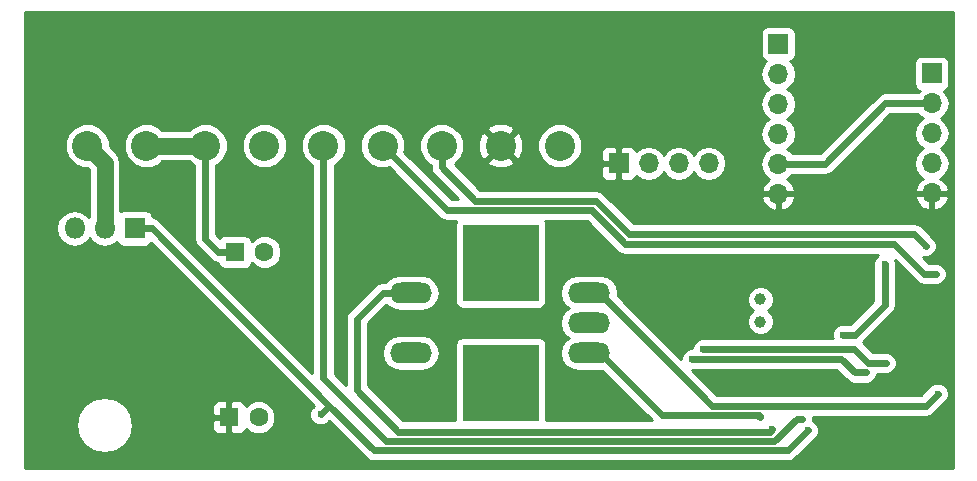
<source format=gbl>
G04 #@! TF.FileFunction,Copper,L2,Bot,Signal*
%FSLAX46Y46*%
G04 Gerber Fmt 4.6, Leading zero omitted, Abs format (unit mm)*
G04 Created by KiCad (PCBNEW 4.0.7-e2-6376~58~ubuntu16.04.1) date Mon Nov  6 19:58:44 2017*
%MOMM*%
%LPD*%
G01*
G04 APERTURE LIST*
%ADD10C,0.100000*%
%ADD11R,6.451600X6.451600*%
%ADD12O,3.556000X1.778000*%
%ADD13R,1.600000X1.600000*%
%ADD14C,1.600000*%
%ADD15R,1.700000X1.700000*%
%ADD16O,1.700000X1.700000*%
%ADD17R,1.800000X1.800000*%
%ADD18O,1.800000X1.800000*%
%ADD19C,1.000000*%
%ADD20C,2.540000*%
%ADD21C,0.600000*%
%ADD22C,0.600000*%
%ADD23C,1.400000*%
%ADD24C,0.254000*%
G04 APERTURE END LIST*
D10*
D11*
X119000000Y-94080000D03*
X119000000Y-83920000D03*
D12*
X126493000Y-91540000D03*
X126493000Y-89000000D03*
X126493000Y-86460000D03*
X111380000Y-91540000D03*
X111380000Y-86460000D03*
D13*
X96500000Y-83000000D03*
D14*
X99000000Y-83000000D03*
D13*
X96000000Y-97000000D03*
D14*
X98500000Y-97000000D03*
D15*
X155500000Y-67880000D03*
D16*
X155500000Y-70420000D03*
X155500000Y-72960000D03*
X155500000Y-75500000D03*
X155500000Y-78040000D03*
D17*
X88000000Y-81000000D03*
D18*
X85460000Y-81000000D03*
X82920000Y-81000000D03*
D19*
X141000000Y-87000000D03*
X141000000Y-88900000D03*
D15*
X129000000Y-75500000D03*
D16*
X131540000Y-75500000D03*
X134080000Y-75500000D03*
X136620000Y-75500000D03*
D15*
X142500000Y-65380000D03*
D16*
X142500000Y-67920000D03*
X142500000Y-70460000D03*
X142500000Y-73000000D03*
X142500000Y-75540000D03*
X142500000Y-78080000D03*
D20*
X89000000Y-74000000D03*
X84001280Y-74000000D03*
X114000000Y-74000000D03*
X109001280Y-74000000D03*
X124000000Y-74000000D03*
X119001280Y-74000000D03*
X104000000Y-74000000D03*
X99001280Y-74000000D03*
X94000020Y-74000000D03*
D21*
X151500000Y-84000000D03*
X148000000Y-90000000D03*
X142750000Y-87500000D03*
X147550000Y-94000000D03*
X141000000Y-97000000D03*
X156000000Y-95000000D03*
X142000000Y-98000000D03*
X149900000Y-93200000D03*
X135210000Y-92050000D03*
X151630000Y-92400000D03*
X136130000Y-91240000D03*
X103750000Y-96750000D03*
X145000000Y-98100000D03*
X144500000Y-97100000D03*
X155000000Y-82500000D03*
X155830000Y-84870000D03*
D22*
X94000020Y-74000000D02*
X94000020Y-81900020D01*
X94000020Y-81900020D02*
X95100000Y-83000000D01*
X95100000Y-83000000D02*
X96500000Y-83000000D01*
D23*
X89000000Y-74000000D02*
X94000020Y-74000000D01*
D22*
X146460000Y-75540000D02*
X151580000Y-70420000D01*
X151580000Y-70420000D02*
X155500000Y-70420000D01*
X142500000Y-75540000D02*
X146460000Y-75540000D01*
X149000000Y-90000000D02*
X151500000Y-87500000D01*
X151500000Y-87500000D02*
X151500000Y-84000000D01*
X148000000Y-90000000D02*
X149000000Y-90000000D01*
X142540000Y-73000000D02*
X142500000Y-73040000D01*
X141000000Y-97000000D02*
X141000000Y-96900000D01*
X141000000Y-96900000D02*
X140900010Y-96800010D01*
X140900010Y-96800010D02*
X132642010Y-96800010D01*
X132642010Y-96800010D02*
X127382000Y-91540000D01*
X127382000Y-91540000D02*
X126493000Y-91540000D01*
X155000000Y-96000000D02*
X156000000Y-95000000D01*
X136922000Y-96000000D02*
X155000000Y-96000000D01*
X126493000Y-86460000D02*
X127382000Y-86460000D01*
X127382000Y-86460000D02*
X136922000Y-96000000D01*
X110331374Y-98199990D02*
X141800010Y-98199990D01*
X141800010Y-98199990D02*
X142000000Y-98000000D01*
X106800000Y-94668616D02*
X110331374Y-98199990D01*
X106800000Y-88662000D02*
X106800000Y-94668616D01*
X111380000Y-86460000D02*
X109002000Y-86460000D01*
X109002000Y-86460000D02*
X106800000Y-88662000D01*
X148960008Y-93200008D02*
X149899992Y-93200008D01*
X149899992Y-93200008D02*
X149900000Y-93200000D01*
X149040000Y-93200000D02*
X149040000Y-93200008D01*
X147810000Y-92050000D02*
X148960008Y-93200008D01*
X148960008Y-93200008D02*
X149040000Y-93200008D01*
X135210000Y-92050000D02*
X147810000Y-92050000D01*
X136130000Y-91240000D02*
X148940000Y-91240000D01*
X148940000Y-91240000D02*
X150100000Y-92400000D01*
X150100000Y-92400000D02*
X151630000Y-92400000D01*
X104500000Y-96000000D02*
X103750000Y-96750000D01*
X104500000Y-96000000D02*
X89500000Y-81000000D01*
X108300010Y-99800010D02*
X104500000Y-96000000D01*
X145000000Y-98100000D02*
X143299990Y-99800010D01*
X143299990Y-99800010D02*
X108300010Y-99800010D01*
X89500000Y-81000000D02*
X88000000Y-81000000D01*
D23*
X84001280Y-74000000D02*
X85460000Y-75458720D01*
X85460000Y-75458720D02*
X85460000Y-81000000D01*
D22*
X104000000Y-74000000D02*
X104000000Y-93700000D01*
X104000000Y-93700000D02*
X109300000Y-99000000D01*
X109300000Y-99000000D02*
X142175736Y-99000000D01*
X142175736Y-99000000D02*
X144075736Y-97100000D01*
X144075736Y-97100000D02*
X144500000Y-97100000D01*
X154000000Y-81500000D02*
X155000000Y-82500000D01*
X152700000Y-81500000D02*
X154000000Y-81500000D01*
X127031374Y-78659990D02*
X129871384Y-81500000D01*
X152700000Y-81500000D02*
X129871384Y-81500000D01*
X114000000Y-74000000D02*
X114000000Y-75796051D01*
X116863939Y-78659990D02*
X127031374Y-78659990D01*
X114000000Y-75796051D02*
X116863939Y-78659990D01*
X155830000Y-84870000D02*
X154870000Y-84870000D01*
X154870000Y-84870000D02*
X152300010Y-82300010D01*
X129540010Y-82300010D02*
X126700000Y-79460000D01*
X152300010Y-82300010D02*
X129540010Y-82300010D01*
X126700000Y-79460000D02*
X114461280Y-79460000D01*
X114461280Y-79460000D02*
X109001280Y-74000000D01*
X155780000Y-84870000D02*
X155830000Y-84870000D01*
D24*
G36*
X157290000Y-101290000D02*
X78710000Y-101290000D01*
X78710000Y-97660000D01*
X83028275Y-97660000D01*
X83209822Y-98572700D01*
X83726825Y-99346450D01*
X84500575Y-99863453D01*
X85413275Y-100045000D01*
X85506725Y-100045000D01*
X86419425Y-99863453D01*
X87193175Y-99346450D01*
X87710178Y-98572700D01*
X87891725Y-97660000D01*
X87817283Y-97285750D01*
X94565000Y-97285750D01*
X94565000Y-97926310D01*
X94661673Y-98159699D01*
X94840302Y-98338327D01*
X95073691Y-98435000D01*
X95714250Y-98435000D01*
X95873000Y-98276250D01*
X95873000Y-97127000D01*
X94723750Y-97127000D01*
X94565000Y-97285750D01*
X87817283Y-97285750D01*
X87710178Y-96747300D01*
X87260087Y-96073690D01*
X94565000Y-96073690D01*
X94565000Y-96714250D01*
X94723750Y-96873000D01*
X95873000Y-96873000D01*
X95873000Y-95723750D01*
X96127000Y-95723750D01*
X96127000Y-96873000D01*
X96147000Y-96873000D01*
X96147000Y-97127000D01*
X96127000Y-97127000D01*
X96127000Y-98276250D01*
X96285750Y-98435000D01*
X96926309Y-98435000D01*
X97159698Y-98338327D01*
X97338327Y-98159699D01*
X97423876Y-97953165D01*
X97686077Y-98215824D01*
X98213309Y-98434750D01*
X98784187Y-98435248D01*
X99311800Y-98217243D01*
X99715824Y-97813923D01*
X99934750Y-97286691D01*
X99935248Y-96715813D01*
X99717243Y-96188200D01*
X99313923Y-95784176D01*
X98786691Y-95565250D01*
X98215813Y-95564752D01*
X97688200Y-95782757D01*
X97423813Y-96046683D01*
X97338327Y-95840301D01*
X97159698Y-95661673D01*
X96926309Y-95565000D01*
X96285750Y-95565000D01*
X96127000Y-95723750D01*
X95873000Y-95723750D01*
X95714250Y-95565000D01*
X95073691Y-95565000D01*
X94840302Y-95661673D01*
X94661673Y-95840301D01*
X94565000Y-96073690D01*
X87260087Y-96073690D01*
X87193175Y-95973550D01*
X86419425Y-95456547D01*
X85506725Y-95275000D01*
X85413275Y-95275000D01*
X84500575Y-95456547D01*
X83726825Y-95973550D01*
X83209822Y-96747300D01*
X83028275Y-97660000D01*
X78710000Y-97660000D01*
X78710000Y-81000000D01*
X81354928Y-81000000D01*
X81471773Y-81587419D01*
X81804519Y-82085409D01*
X82302509Y-82418155D01*
X82889928Y-82535000D01*
X82950072Y-82535000D01*
X83537491Y-82418155D01*
X84035481Y-82085409D01*
X84190000Y-81854155D01*
X84344519Y-82085409D01*
X84842509Y-82418155D01*
X85429928Y-82535000D01*
X85490072Y-82535000D01*
X86077491Y-82418155D01*
X86498026Y-82137163D01*
X86635910Y-82351441D01*
X86848110Y-82496431D01*
X87100000Y-82547440D01*
X88900000Y-82547440D01*
X89135317Y-82503162D01*
X89351441Y-82364090D01*
X89428711Y-82251001D01*
X103177710Y-96000000D01*
X103089146Y-96088564D01*
X102957808Y-96219673D01*
X102815162Y-96563201D01*
X102814838Y-96935167D01*
X102956883Y-97278943D01*
X103219673Y-97542192D01*
X103563201Y-97684838D01*
X103935167Y-97685162D01*
X104278943Y-97543117D01*
X104500078Y-97322368D01*
X107638865Y-100461155D01*
X107942201Y-100663837D01*
X108300010Y-100735010D01*
X143299990Y-100735010D01*
X143657799Y-100663837D01*
X143961135Y-100461155D01*
X145660854Y-98761436D01*
X145792192Y-98630327D01*
X145934838Y-98286799D01*
X145935162Y-97914833D01*
X145793117Y-97571057D01*
X145530327Y-97307808D01*
X145434854Y-97268164D01*
X145435144Y-96935000D01*
X155000000Y-96935000D01*
X155357809Y-96863827D01*
X155661145Y-96661145D01*
X156660854Y-95661436D01*
X156792192Y-95530327D01*
X156934838Y-95186799D01*
X156935162Y-94814833D01*
X156793117Y-94471057D01*
X156530327Y-94207808D01*
X156186799Y-94065162D01*
X156000001Y-94064999D01*
X155999999Y-94064999D01*
X155814833Y-94064838D01*
X155471057Y-94206883D01*
X155207808Y-94469673D01*
X155207645Y-94470065D01*
X154612710Y-95065000D01*
X137309290Y-95065000D01*
X135229308Y-92985018D01*
X135395167Y-92985162D01*
X135395559Y-92985000D01*
X147422710Y-92985000D01*
X148298863Y-93861153D01*
X148602199Y-94063835D01*
X148960008Y-94135008D01*
X149899992Y-94135008D01*
X149900029Y-94135001D01*
X150085167Y-94135162D01*
X150257784Y-94063838D01*
X150257801Y-94063835D01*
X150257816Y-94063825D01*
X150428943Y-93993117D01*
X150692192Y-93730327D01*
X150834838Y-93386799D01*
X150834883Y-93335000D01*
X151629184Y-93335000D01*
X151815167Y-93335162D01*
X152158943Y-93193117D01*
X152422192Y-92930327D01*
X152564838Y-92586799D01*
X152565162Y-92214833D01*
X152423117Y-91871057D01*
X152160327Y-91607808D01*
X151816799Y-91465162D01*
X151444833Y-91464838D01*
X151444441Y-91465000D01*
X150487290Y-91465000D01*
X149672290Y-90650000D01*
X152161145Y-88161145D01*
X152363827Y-87857809D01*
X152435000Y-87500000D01*
X152435000Y-84000816D01*
X152435162Y-83814833D01*
X152394758Y-83717048D01*
X154208855Y-85531145D01*
X154512191Y-85733827D01*
X154870000Y-85805000D01*
X155829184Y-85805000D01*
X156015167Y-85805162D01*
X156358943Y-85663117D01*
X156622192Y-85400327D01*
X156764838Y-85056799D01*
X156765162Y-84684833D01*
X156623117Y-84341057D01*
X156360327Y-84077808D01*
X156016799Y-83935162D01*
X155644833Y-83934838D01*
X155644441Y-83935000D01*
X155257290Y-83935000D01*
X154717311Y-83395021D01*
X154813201Y-83434838D01*
X154999999Y-83435001D01*
X155000001Y-83435001D01*
X155185167Y-83435162D01*
X155528943Y-83293117D01*
X155792192Y-83030327D01*
X155934838Y-82686799D01*
X155935162Y-82314833D01*
X155793117Y-81971057D01*
X155530327Y-81707808D01*
X155529935Y-81707645D01*
X154661145Y-80838855D01*
X154357809Y-80636173D01*
X154000000Y-80565000D01*
X130258674Y-80565000D01*
X128130564Y-78436890D01*
X141058524Y-78436890D01*
X141228355Y-78846924D01*
X141618642Y-79275183D01*
X142143108Y-79521486D01*
X142373000Y-79400819D01*
X142373000Y-78207000D01*
X142627000Y-78207000D01*
X142627000Y-79400819D01*
X142856892Y-79521486D01*
X143381358Y-79275183D01*
X143771645Y-78846924D01*
X143941476Y-78436890D01*
X143920367Y-78396890D01*
X154058524Y-78396890D01*
X154228355Y-78806924D01*
X154618642Y-79235183D01*
X155143108Y-79481486D01*
X155373000Y-79360819D01*
X155373000Y-78167000D01*
X155627000Y-78167000D01*
X155627000Y-79360819D01*
X155856892Y-79481486D01*
X156381358Y-79235183D01*
X156771645Y-78806924D01*
X156941476Y-78396890D01*
X156820155Y-78167000D01*
X155627000Y-78167000D01*
X155373000Y-78167000D01*
X154179845Y-78167000D01*
X154058524Y-78396890D01*
X143920367Y-78396890D01*
X143820155Y-78207000D01*
X142627000Y-78207000D01*
X142373000Y-78207000D01*
X141179845Y-78207000D01*
X141058524Y-78436890D01*
X128130564Y-78436890D01*
X127692519Y-77998845D01*
X127389183Y-77796163D01*
X127031374Y-77724990D01*
X117251229Y-77724990D01*
X115109952Y-75583713D01*
X115346300Y-75347777D01*
X117833108Y-75347777D01*
X117964800Y-75642657D01*
X118672316Y-75914261D01*
X119429912Y-75894436D01*
X120037760Y-75642657D01*
X120169452Y-75347777D01*
X119001280Y-74179605D01*
X117833108Y-75347777D01*
X115346300Y-75347777D01*
X115614039Y-75080505D01*
X115904668Y-74380590D01*
X115905287Y-73671036D01*
X117087019Y-73671036D01*
X117106844Y-74428632D01*
X117358623Y-75036480D01*
X117653503Y-75168172D01*
X118821675Y-74000000D01*
X119180885Y-74000000D01*
X120349057Y-75168172D01*
X120643937Y-75036480D01*
X120896999Y-74377265D01*
X122094670Y-74377265D01*
X122384078Y-75077686D01*
X122919495Y-75614039D01*
X123619410Y-75904668D01*
X124377265Y-75905330D01*
X124666670Y-75785750D01*
X127515000Y-75785750D01*
X127515000Y-76476309D01*
X127611673Y-76709698D01*
X127790301Y-76888327D01*
X128023690Y-76985000D01*
X128714250Y-76985000D01*
X128873000Y-76826250D01*
X128873000Y-75627000D01*
X127673750Y-75627000D01*
X127515000Y-75785750D01*
X124666670Y-75785750D01*
X125077686Y-75615922D01*
X125614039Y-75080505D01*
X125845247Y-74523691D01*
X127515000Y-74523691D01*
X127515000Y-75214250D01*
X127673750Y-75373000D01*
X128873000Y-75373000D01*
X128873000Y-74173750D01*
X129127000Y-74173750D01*
X129127000Y-75373000D01*
X129147000Y-75373000D01*
X129147000Y-75627000D01*
X129127000Y-75627000D01*
X129127000Y-76826250D01*
X129285750Y-76985000D01*
X129976310Y-76985000D01*
X130209699Y-76888327D01*
X130388327Y-76709698D01*
X130460597Y-76535223D01*
X130489946Y-76579147D01*
X130971715Y-76901054D01*
X131540000Y-77014093D01*
X132108285Y-76901054D01*
X132590054Y-76579147D01*
X132810000Y-76249974D01*
X133029946Y-76579147D01*
X133511715Y-76901054D01*
X134080000Y-77014093D01*
X134648285Y-76901054D01*
X135130054Y-76579147D01*
X135350000Y-76249974D01*
X135569946Y-76579147D01*
X136051715Y-76901054D01*
X136620000Y-77014093D01*
X137188285Y-76901054D01*
X137670054Y-76579147D01*
X137991961Y-76097378D01*
X138105000Y-75529093D01*
X138105000Y-75470907D01*
X137991961Y-74902622D01*
X137670054Y-74420853D01*
X137188285Y-74098946D01*
X136620000Y-73985907D01*
X136051715Y-74098946D01*
X135569946Y-74420853D01*
X135350000Y-74750026D01*
X135130054Y-74420853D01*
X134648285Y-74098946D01*
X134080000Y-73985907D01*
X133511715Y-74098946D01*
X133029946Y-74420853D01*
X132810000Y-74750026D01*
X132590054Y-74420853D01*
X132108285Y-74098946D01*
X131540000Y-73985907D01*
X130971715Y-74098946D01*
X130489946Y-74420853D01*
X130460597Y-74464777D01*
X130388327Y-74290302D01*
X130209699Y-74111673D01*
X129976310Y-74015000D01*
X129285750Y-74015000D01*
X129127000Y-74173750D01*
X128873000Y-74173750D01*
X128714250Y-74015000D01*
X128023690Y-74015000D01*
X127790301Y-74111673D01*
X127611673Y-74290302D01*
X127515000Y-74523691D01*
X125845247Y-74523691D01*
X125904668Y-74380590D01*
X125905330Y-73622735D01*
X125615922Y-72922314D01*
X125080505Y-72385961D01*
X124380590Y-72095332D01*
X123622735Y-72094670D01*
X122922314Y-72384078D01*
X122385961Y-72919495D01*
X122095332Y-73619410D01*
X122094670Y-74377265D01*
X120896999Y-74377265D01*
X120915541Y-74328964D01*
X120895716Y-73571368D01*
X120643937Y-72963520D01*
X120349057Y-72831828D01*
X119180885Y-74000000D01*
X118821675Y-74000000D01*
X117653503Y-72831828D01*
X117358623Y-72963520D01*
X117087019Y-73671036D01*
X115905287Y-73671036D01*
X115905330Y-73622735D01*
X115615922Y-72922314D01*
X115346303Y-72652223D01*
X117833108Y-72652223D01*
X119001280Y-73820395D01*
X120169452Y-72652223D01*
X120037760Y-72357343D01*
X119330244Y-72085739D01*
X118572648Y-72105564D01*
X117964800Y-72357343D01*
X117833108Y-72652223D01*
X115346303Y-72652223D01*
X115080505Y-72385961D01*
X114380590Y-72095332D01*
X113622735Y-72094670D01*
X112922314Y-72384078D01*
X112385961Y-72919495D01*
X112095332Y-73619410D01*
X112094670Y-74377265D01*
X112384078Y-75077686D01*
X112919495Y-75614039D01*
X113065000Y-75674458D01*
X113065000Y-75796051D01*
X113136173Y-76153860D01*
X113338855Y-76457196D01*
X115406659Y-78525000D01*
X114848570Y-78525000D01*
X110846743Y-74523173D01*
X110905948Y-74380590D01*
X110906610Y-73622735D01*
X110617202Y-72922314D01*
X110081785Y-72385961D01*
X109381870Y-72095332D01*
X108624015Y-72094670D01*
X107923594Y-72384078D01*
X107387241Y-72919495D01*
X107096612Y-73619410D01*
X107095950Y-74377265D01*
X107385358Y-75077686D01*
X107920775Y-75614039D01*
X108620690Y-75904668D01*
X109378545Y-75905330D01*
X109524155Y-75845165D01*
X113800135Y-80121145D01*
X114103471Y-80323827D01*
X114461280Y-80395000D01*
X115210095Y-80395000D01*
X115177769Y-80442310D01*
X115126760Y-80694200D01*
X115126760Y-87145800D01*
X115171038Y-87381117D01*
X115310110Y-87597241D01*
X115522310Y-87742231D01*
X115774200Y-87793240D01*
X122225800Y-87793240D01*
X122461117Y-87748962D01*
X122677241Y-87609890D01*
X122822231Y-87397690D01*
X122873240Y-87145800D01*
X122873240Y-80694200D01*
X122828962Y-80458883D01*
X122787854Y-80395000D01*
X126312710Y-80395000D01*
X128878865Y-82961155D01*
X129182201Y-83163837D01*
X129540010Y-83235010D01*
X150942881Y-83235010D01*
X150707808Y-83469673D01*
X150565162Y-83813201D01*
X150564838Y-84185167D01*
X150565000Y-84185559D01*
X150565000Y-87112710D01*
X148612710Y-89065000D01*
X148000816Y-89065000D01*
X147814833Y-89064838D01*
X147471057Y-89206883D01*
X147207808Y-89469673D01*
X147065162Y-89813201D01*
X147064838Y-90185167D01*
X147114352Y-90305000D01*
X136130816Y-90305000D01*
X135944833Y-90304838D01*
X135601057Y-90446883D01*
X135337808Y-90709673D01*
X135195162Y-91053201D01*
X135195108Y-91114986D01*
X135024833Y-91114838D01*
X134681057Y-91256883D01*
X134417808Y-91519673D01*
X134275162Y-91863201D01*
X134275016Y-92030726D01*
X129469065Y-87224775D01*
X139864803Y-87224775D01*
X140037233Y-87642086D01*
X140344867Y-87950257D01*
X140038355Y-88256235D01*
X139865197Y-88673244D01*
X139864803Y-89124775D01*
X140037233Y-89542086D01*
X140356235Y-89861645D01*
X140773244Y-90034803D01*
X141224775Y-90035197D01*
X141642086Y-89862767D01*
X141961645Y-89543765D01*
X142134803Y-89126756D01*
X142135197Y-88675225D01*
X141962767Y-88257914D01*
X141655133Y-87949743D01*
X141961645Y-87643765D01*
X142134803Y-87226756D01*
X142135197Y-86775225D01*
X141962767Y-86357914D01*
X141643765Y-86038355D01*
X141226756Y-85865197D01*
X140775225Y-85864803D01*
X140357914Y-86037233D01*
X140038355Y-86356235D01*
X139865197Y-86773244D01*
X139864803Y-87224775D01*
X129469065Y-87224775D01*
X128911964Y-86667674D01*
X128953273Y-86460000D01*
X128837265Y-85876790D01*
X128506904Y-85382369D01*
X128012483Y-85052008D01*
X127429273Y-84936000D01*
X125556727Y-84936000D01*
X124973517Y-85052008D01*
X124479096Y-85382369D01*
X124148735Y-85876790D01*
X124032727Y-86460000D01*
X124148735Y-87043210D01*
X124479096Y-87537631D01*
X124766997Y-87730000D01*
X124479096Y-87922369D01*
X124148735Y-88416790D01*
X124032727Y-89000000D01*
X124148735Y-89583210D01*
X124479096Y-90077631D01*
X124766997Y-90270000D01*
X124479096Y-90462369D01*
X124148735Y-90956790D01*
X124032727Y-91540000D01*
X124148735Y-92123210D01*
X124479096Y-92617631D01*
X124973517Y-92947992D01*
X125556727Y-93064000D01*
X127429273Y-93064000D01*
X127558087Y-93038377D01*
X131784700Y-97264990D01*
X122873240Y-97264990D01*
X122873240Y-90854200D01*
X122828962Y-90618883D01*
X122689890Y-90402759D01*
X122477690Y-90257769D01*
X122225800Y-90206760D01*
X115774200Y-90206760D01*
X115538883Y-90251038D01*
X115322759Y-90390110D01*
X115177769Y-90602310D01*
X115126760Y-90854200D01*
X115126760Y-97264990D01*
X110718664Y-97264990D01*
X107735000Y-94281326D01*
X107735000Y-91540000D01*
X108919727Y-91540000D01*
X109035735Y-92123210D01*
X109366096Y-92617631D01*
X109860517Y-92947992D01*
X110443727Y-93064000D01*
X112316273Y-93064000D01*
X112899483Y-92947992D01*
X113393904Y-92617631D01*
X113724265Y-92123210D01*
X113840273Y-91540000D01*
X113724265Y-90956790D01*
X113393904Y-90462369D01*
X112899483Y-90132008D01*
X112316273Y-90016000D01*
X110443727Y-90016000D01*
X109860517Y-90132008D01*
X109366096Y-90462369D01*
X109035735Y-90956790D01*
X108919727Y-91540000D01*
X107735000Y-91540000D01*
X107735000Y-89049290D01*
X109318256Y-87466034D01*
X109366096Y-87537631D01*
X109860517Y-87867992D01*
X110443727Y-87984000D01*
X112316273Y-87984000D01*
X112899483Y-87867992D01*
X113393904Y-87537631D01*
X113724265Y-87043210D01*
X113840273Y-86460000D01*
X113724265Y-85876790D01*
X113393904Y-85382369D01*
X112899483Y-85052008D01*
X112316273Y-84936000D01*
X110443727Y-84936000D01*
X109860517Y-85052008D01*
X109366096Y-85382369D01*
X109270793Y-85525000D01*
X109002000Y-85525000D01*
X108644191Y-85596173D01*
X108340855Y-85798855D01*
X106138855Y-88000855D01*
X105936173Y-88304191D01*
X105865000Y-88662000D01*
X105865000Y-94242710D01*
X104935000Y-93312710D01*
X104935000Y-75674879D01*
X105077686Y-75615922D01*
X105614039Y-75080505D01*
X105904668Y-74380590D01*
X105905330Y-73622735D01*
X105615922Y-72922314D01*
X105080505Y-72385961D01*
X104380590Y-72095332D01*
X103622735Y-72094670D01*
X102922314Y-72384078D01*
X102385961Y-72919495D01*
X102095332Y-73619410D01*
X102094670Y-74377265D01*
X102384078Y-75077686D01*
X102919495Y-75614039D01*
X103065000Y-75674458D01*
X103065000Y-93242710D01*
X90161145Y-80338855D01*
X89857809Y-80136173D01*
X89542443Y-80073442D01*
X89503162Y-79864683D01*
X89364090Y-79648559D01*
X89151890Y-79503569D01*
X88900000Y-79452560D01*
X87100000Y-79452560D01*
X86864683Y-79496838D01*
X86795000Y-79541678D01*
X86795000Y-75458725D01*
X86795001Y-75458720D01*
X86693379Y-74947838D01*
X86511859Y-74676173D01*
X86403988Y-74514732D01*
X86403985Y-74514730D01*
X86266521Y-74377265D01*
X87094670Y-74377265D01*
X87384078Y-75077686D01*
X87919495Y-75614039D01*
X88619410Y-75904668D01*
X89377265Y-75905330D01*
X90077686Y-75615922D01*
X90359099Y-75335000D01*
X92640963Y-75335000D01*
X92919515Y-75614039D01*
X93065020Y-75674458D01*
X93065020Y-81900020D01*
X93136193Y-82257829D01*
X93338875Y-82561165D01*
X94438855Y-83661145D01*
X94742191Y-83863827D01*
X95077105Y-83930446D01*
X95096838Y-84035317D01*
X95235910Y-84251441D01*
X95448110Y-84396431D01*
X95700000Y-84447440D01*
X97300000Y-84447440D01*
X97535317Y-84403162D01*
X97751441Y-84264090D01*
X97896431Y-84051890D01*
X97917680Y-83946959D01*
X98186077Y-84215824D01*
X98713309Y-84434750D01*
X99284187Y-84435248D01*
X99811800Y-84217243D01*
X100215824Y-83813923D01*
X100434750Y-83286691D01*
X100435248Y-82715813D01*
X100217243Y-82188200D01*
X99813923Y-81784176D01*
X99286691Y-81565250D01*
X98715813Y-81564752D01*
X98188200Y-81782757D01*
X97919417Y-82051072D01*
X97903162Y-81964683D01*
X97764090Y-81748559D01*
X97551890Y-81603569D01*
X97300000Y-81552560D01*
X95700000Y-81552560D01*
X95464683Y-81596838D01*
X95248559Y-81735910D01*
X95211881Y-81789591D01*
X94935020Y-81512730D01*
X94935020Y-75674879D01*
X95077706Y-75615922D01*
X95614059Y-75080505D01*
X95904688Y-74380590D01*
X95904690Y-74377265D01*
X97095950Y-74377265D01*
X97385358Y-75077686D01*
X97920775Y-75614039D01*
X98620690Y-75904668D01*
X99378545Y-75905330D01*
X100078966Y-75615922D01*
X100615319Y-75080505D01*
X100905948Y-74380590D01*
X100906610Y-73622735D01*
X100617202Y-72922314D01*
X100081785Y-72385961D01*
X99381870Y-72095332D01*
X98624015Y-72094670D01*
X97923594Y-72384078D01*
X97387241Y-72919495D01*
X97096612Y-73619410D01*
X97095950Y-74377265D01*
X95904690Y-74377265D01*
X95905350Y-73622735D01*
X95615942Y-72922314D01*
X95080525Y-72385961D01*
X94380610Y-72095332D01*
X93622755Y-72094670D01*
X92922334Y-72384078D01*
X92640921Y-72665000D01*
X90359057Y-72665000D01*
X90080505Y-72385961D01*
X89380590Y-72095332D01*
X88622735Y-72094670D01*
X87922314Y-72384078D01*
X87385961Y-72919495D01*
X87095332Y-73619410D01*
X87094670Y-74377265D01*
X86266521Y-74377265D01*
X85906266Y-74017010D01*
X85906610Y-73622735D01*
X85617202Y-72922314D01*
X85081785Y-72385961D01*
X84381870Y-72095332D01*
X83624015Y-72094670D01*
X82923594Y-72384078D01*
X82387241Y-72919495D01*
X82096612Y-73619410D01*
X82095950Y-74377265D01*
X82385358Y-75077686D01*
X82920775Y-75614039D01*
X83620690Y-75904668D01*
X84018320Y-75905015D01*
X84125000Y-76011695D01*
X84125000Y-80048566D01*
X84035481Y-79914591D01*
X83537491Y-79581845D01*
X82950072Y-79465000D01*
X82889928Y-79465000D01*
X82302509Y-79581845D01*
X81804519Y-79914591D01*
X81471773Y-80412581D01*
X81354928Y-81000000D01*
X78710000Y-81000000D01*
X78710000Y-67920000D01*
X140985907Y-67920000D01*
X141098946Y-68488285D01*
X141420853Y-68970054D01*
X141750026Y-69190000D01*
X141420853Y-69409946D01*
X141098946Y-69891715D01*
X140985907Y-70460000D01*
X141098946Y-71028285D01*
X141420853Y-71510054D01*
X141750026Y-71730000D01*
X141420853Y-71949946D01*
X141098946Y-72431715D01*
X140985907Y-73000000D01*
X141098946Y-73568285D01*
X141420853Y-74050054D01*
X141750026Y-74270000D01*
X141420853Y-74489946D01*
X141098946Y-74971715D01*
X140985907Y-75540000D01*
X141098946Y-76108285D01*
X141420853Y-76590054D01*
X141761553Y-76817702D01*
X141618642Y-76884817D01*
X141228355Y-77313076D01*
X141058524Y-77723110D01*
X141179845Y-77953000D01*
X142373000Y-77953000D01*
X142373000Y-77933000D01*
X142627000Y-77933000D01*
X142627000Y-77953000D01*
X143820155Y-77953000D01*
X143941476Y-77723110D01*
X143771645Y-77313076D01*
X143381358Y-76884817D01*
X143238447Y-76817702D01*
X143579147Y-76590054D01*
X143656023Y-76475000D01*
X146460000Y-76475000D01*
X146817809Y-76403827D01*
X147121145Y-76201145D01*
X151967290Y-71355000D01*
X154343977Y-71355000D01*
X154420853Y-71470054D01*
X154750026Y-71690000D01*
X154420853Y-71909946D01*
X154098946Y-72391715D01*
X153985907Y-72960000D01*
X154098946Y-73528285D01*
X154420853Y-74010054D01*
X154750026Y-74230000D01*
X154420853Y-74449946D01*
X154098946Y-74931715D01*
X153985907Y-75500000D01*
X154098946Y-76068285D01*
X154420853Y-76550054D01*
X154761553Y-76777702D01*
X154618642Y-76844817D01*
X154228355Y-77273076D01*
X154058524Y-77683110D01*
X154179845Y-77913000D01*
X155373000Y-77913000D01*
X155373000Y-77893000D01*
X155627000Y-77893000D01*
X155627000Y-77913000D01*
X156820155Y-77913000D01*
X156941476Y-77683110D01*
X156771645Y-77273076D01*
X156381358Y-76844817D01*
X156238447Y-76777702D01*
X156579147Y-76550054D01*
X156901054Y-76068285D01*
X157014093Y-75500000D01*
X156901054Y-74931715D01*
X156579147Y-74449946D01*
X156249974Y-74230000D01*
X156579147Y-74010054D01*
X156901054Y-73528285D01*
X157014093Y-72960000D01*
X156901054Y-72391715D01*
X156579147Y-71909946D01*
X156249974Y-71690000D01*
X156579147Y-71470054D01*
X156901054Y-70988285D01*
X157014093Y-70420000D01*
X156901054Y-69851715D01*
X156579147Y-69369946D01*
X156537548Y-69342150D01*
X156585317Y-69333162D01*
X156801441Y-69194090D01*
X156946431Y-68981890D01*
X156997440Y-68730000D01*
X156997440Y-67030000D01*
X156953162Y-66794683D01*
X156814090Y-66578559D01*
X156601890Y-66433569D01*
X156350000Y-66382560D01*
X154650000Y-66382560D01*
X154414683Y-66426838D01*
X154198559Y-66565910D01*
X154053569Y-66778110D01*
X154002560Y-67030000D01*
X154002560Y-68730000D01*
X154046838Y-68965317D01*
X154185910Y-69181441D01*
X154398110Y-69326431D01*
X154465541Y-69340086D01*
X154420853Y-69369946D01*
X154343977Y-69485000D01*
X151580000Y-69485000D01*
X151222191Y-69556173D01*
X150918855Y-69758855D01*
X146072710Y-74605000D01*
X143656023Y-74605000D01*
X143579147Y-74489946D01*
X143249974Y-74270000D01*
X143579147Y-74050054D01*
X143901054Y-73568285D01*
X144014093Y-73000000D01*
X143901054Y-72431715D01*
X143579147Y-71949946D01*
X143249974Y-71730000D01*
X143579147Y-71510054D01*
X143901054Y-71028285D01*
X144014093Y-70460000D01*
X143901054Y-69891715D01*
X143579147Y-69409946D01*
X143249974Y-69190000D01*
X143579147Y-68970054D01*
X143901054Y-68488285D01*
X144014093Y-67920000D01*
X143901054Y-67351715D01*
X143579147Y-66869946D01*
X143537548Y-66842150D01*
X143585317Y-66833162D01*
X143801441Y-66694090D01*
X143946431Y-66481890D01*
X143997440Y-66230000D01*
X143997440Y-64530000D01*
X143953162Y-64294683D01*
X143814090Y-64078559D01*
X143601890Y-63933569D01*
X143350000Y-63882560D01*
X141650000Y-63882560D01*
X141414683Y-63926838D01*
X141198559Y-64065910D01*
X141053569Y-64278110D01*
X141002560Y-64530000D01*
X141002560Y-66230000D01*
X141046838Y-66465317D01*
X141185910Y-66681441D01*
X141398110Y-66826431D01*
X141465541Y-66840086D01*
X141420853Y-66869946D01*
X141098946Y-67351715D01*
X140985907Y-67920000D01*
X78710000Y-67920000D01*
X78710000Y-62710000D01*
X157290000Y-62710000D01*
X157290000Y-101290000D01*
X157290000Y-101290000D01*
G37*
X157290000Y-101290000D02*
X78710000Y-101290000D01*
X78710000Y-97660000D01*
X83028275Y-97660000D01*
X83209822Y-98572700D01*
X83726825Y-99346450D01*
X84500575Y-99863453D01*
X85413275Y-100045000D01*
X85506725Y-100045000D01*
X86419425Y-99863453D01*
X87193175Y-99346450D01*
X87710178Y-98572700D01*
X87891725Y-97660000D01*
X87817283Y-97285750D01*
X94565000Y-97285750D01*
X94565000Y-97926310D01*
X94661673Y-98159699D01*
X94840302Y-98338327D01*
X95073691Y-98435000D01*
X95714250Y-98435000D01*
X95873000Y-98276250D01*
X95873000Y-97127000D01*
X94723750Y-97127000D01*
X94565000Y-97285750D01*
X87817283Y-97285750D01*
X87710178Y-96747300D01*
X87260087Y-96073690D01*
X94565000Y-96073690D01*
X94565000Y-96714250D01*
X94723750Y-96873000D01*
X95873000Y-96873000D01*
X95873000Y-95723750D01*
X96127000Y-95723750D01*
X96127000Y-96873000D01*
X96147000Y-96873000D01*
X96147000Y-97127000D01*
X96127000Y-97127000D01*
X96127000Y-98276250D01*
X96285750Y-98435000D01*
X96926309Y-98435000D01*
X97159698Y-98338327D01*
X97338327Y-98159699D01*
X97423876Y-97953165D01*
X97686077Y-98215824D01*
X98213309Y-98434750D01*
X98784187Y-98435248D01*
X99311800Y-98217243D01*
X99715824Y-97813923D01*
X99934750Y-97286691D01*
X99935248Y-96715813D01*
X99717243Y-96188200D01*
X99313923Y-95784176D01*
X98786691Y-95565250D01*
X98215813Y-95564752D01*
X97688200Y-95782757D01*
X97423813Y-96046683D01*
X97338327Y-95840301D01*
X97159698Y-95661673D01*
X96926309Y-95565000D01*
X96285750Y-95565000D01*
X96127000Y-95723750D01*
X95873000Y-95723750D01*
X95714250Y-95565000D01*
X95073691Y-95565000D01*
X94840302Y-95661673D01*
X94661673Y-95840301D01*
X94565000Y-96073690D01*
X87260087Y-96073690D01*
X87193175Y-95973550D01*
X86419425Y-95456547D01*
X85506725Y-95275000D01*
X85413275Y-95275000D01*
X84500575Y-95456547D01*
X83726825Y-95973550D01*
X83209822Y-96747300D01*
X83028275Y-97660000D01*
X78710000Y-97660000D01*
X78710000Y-81000000D01*
X81354928Y-81000000D01*
X81471773Y-81587419D01*
X81804519Y-82085409D01*
X82302509Y-82418155D01*
X82889928Y-82535000D01*
X82950072Y-82535000D01*
X83537491Y-82418155D01*
X84035481Y-82085409D01*
X84190000Y-81854155D01*
X84344519Y-82085409D01*
X84842509Y-82418155D01*
X85429928Y-82535000D01*
X85490072Y-82535000D01*
X86077491Y-82418155D01*
X86498026Y-82137163D01*
X86635910Y-82351441D01*
X86848110Y-82496431D01*
X87100000Y-82547440D01*
X88900000Y-82547440D01*
X89135317Y-82503162D01*
X89351441Y-82364090D01*
X89428711Y-82251001D01*
X103177710Y-96000000D01*
X103089146Y-96088564D01*
X102957808Y-96219673D01*
X102815162Y-96563201D01*
X102814838Y-96935167D01*
X102956883Y-97278943D01*
X103219673Y-97542192D01*
X103563201Y-97684838D01*
X103935167Y-97685162D01*
X104278943Y-97543117D01*
X104500078Y-97322368D01*
X107638865Y-100461155D01*
X107942201Y-100663837D01*
X108300010Y-100735010D01*
X143299990Y-100735010D01*
X143657799Y-100663837D01*
X143961135Y-100461155D01*
X145660854Y-98761436D01*
X145792192Y-98630327D01*
X145934838Y-98286799D01*
X145935162Y-97914833D01*
X145793117Y-97571057D01*
X145530327Y-97307808D01*
X145434854Y-97268164D01*
X145435144Y-96935000D01*
X155000000Y-96935000D01*
X155357809Y-96863827D01*
X155661145Y-96661145D01*
X156660854Y-95661436D01*
X156792192Y-95530327D01*
X156934838Y-95186799D01*
X156935162Y-94814833D01*
X156793117Y-94471057D01*
X156530327Y-94207808D01*
X156186799Y-94065162D01*
X156000001Y-94064999D01*
X155999999Y-94064999D01*
X155814833Y-94064838D01*
X155471057Y-94206883D01*
X155207808Y-94469673D01*
X155207645Y-94470065D01*
X154612710Y-95065000D01*
X137309290Y-95065000D01*
X135229308Y-92985018D01*
X135395167Y-92985162D01*
X135395559Y-92985000D01*
X147422710Y-92985000D01*
X148298863Y-93861153D01*
X148602199Y-94063835D01*
X148960008Y-94135008D01*
X149899992Y-94135008D01*
X149900029Y-94135001D01*
X150085167Y-94135162D01*
X150257784Y-94063838D01*
X150257801Y-94063835D01*
X150257816Y-94063825D01*
X150428943Y-93993117D01*
X150692192Y-93730327D01*
X150834838Y-93386799D01*
X150834883Y-93335000D01*
X151629184Y-93335000D01*
X151815167Y-93335162D01*
X152158943Y-93193117D01*
X152422192Y-92930327D01*
X152564838Y-92586799D01*
X152565162Y-92214833D01*
X152423117Y-91871057D01*
X152160327Y-91607808D01*
X151816799Y-91465162D01*
X151444833Y-91464838D01*
X151444441Y-91465000D01*
X150487290Y-91465000D01*
X149672290Y-90650000D01*
X152161145Y-88161145D01*
X152363827Y-87857809D01*
X152435000Y-87500000D01*
X152435000Y-84000816D01*
X152435162Y-83814833D01*
X152394758Y-83717048D01*
X154208855Y-85531145D01*
X154512191Y-85733827D01*
X154870000Y-85805000D01*
X155829184Y-85805000D01*
X156015167Y-85805162D01*
X156358943Y-85663117D01*
X156622192Y-85400327D01*
X156764838Y-85056799D01*
X156765162Y-84684833D01*
X156623117Y-84341057D01*
X156360327Y-84077808D01*
X156016799Y-83935162D01*
X155644833Y-83934838D01*
X155644441Y-83935000D01*
X155257290Y-83935000D01*
X154717311Y-83395021D01*
X154813201Y-83434838D01*
X154999999Y-83435001D01*
X155000001Y-83435001D01*
X155185167Y-83435162D01*
X155528943Y-83293117D01*
X155792192Y-83030327D01*
X155934838Y-82686799D01*
X155935162Y-82314833D01*
X155793117Y-81971057D01*
X155530327Y-81707808D01*
X155529935Y-81707645D01*
X154661145Y-80838855D01*
X154357809Y-80636173D01*
X154000000Y-80565000D01*
X130258674Y-80565000D01*
X128130564Y-78436890D01*
X141058524Y-78436890D01*
X141228355Y-78846924D01*
X141618642Y-79275183D01*
X142143108Y-79521486D01*
X142373000Y-79400819D01*
X142373000Y-78207000D01*
X142627000Y-78207000D01*
X142627000Y-79400819D01*
X142856892Y-79521486D01*
X143381358Y-79275183D01*
X143771645Y-78846924D01*
X143941476Y-78436890D01*
X143920367Y-78396890D01*
X154058524Y-78396890D01*
X154228355Y-78806924D01*
X154618642Y-79235183D01*
X155143108Y-79481486D01*
X155373000Y-79360819D01*
X155373000Y-78167000D01*
X155627000Y-78167000D01*
X155627000Y-79360819D01*
X155856892Y-79481486D01*
X156381358Y-79235183D01*
X156771645Y-78806924D01*
X156941476Y-78396890D01*
X156820155Y-78167000D01*
X155627000Y-78167000D01*
X155373000Y-78167000D01*
X154179845Y-78167000D01*
X154058524Y-78396890D01*
X143920367Y-78396890D01*
X143820155Y-78207000D01*
X142627000Y-78207000D01*
X142373000Y-78207000D01*
X141179845Y-78207000D01*
X141058524Y-78436890D01*
X128130564Y-78436890D01*
X127692519Y-77998845D01*
X127389183Y-77796163D01*
X127031374Y-77724990D01*
X117251229Y-77724990D01*
X115109952Y-75583713D01*
X115346300Y-75347777D01*
X117833108Y-75347777D01*
X117964800Y-75642657D01*
X118672316Y-75914261D01*
X119429912Y-75894436D01*
X120037760Y-75642657D01*
X120169452Y-75347777D01*
X119001280Y-74179605D01*
X117833108Y-75347777D01*
X115346300Y-75347777D01*
X115614039Y-75080505D01*
X115904668Y-74380590D01*
X115905287Y-73671036D01*
X117087019Y-73671036D01*
X117106844Y-74428632D01*
X117358623Y-75036480D01*
X117653503Y-75168172D01*
X118821675Y-74000000D01*
X119180885Y-74000000D01*
X120349057Y-75168172D01*
X120643937Y-75036480D01*
X120896999Y-74377265D01*
X122094670Y-74377265D01*
X122384078Y-75077686D01*
X122919495Y-75614039D01*
X123619410Y-75904668D01*
X124377265Y-75905330D01*
X124666670Y-75785750D01*
X127515000Y-75785750D01*
X127515000Y-76476309D01*
X127611673Y-76709698D01*
X127790301Y-76888327D01*
X128023690Y-76985000D01*
X128714250Y-76985000D01*
X128873000Y-76826250D01*
X128873000Y-75627000D01*
X127673750Y-75627000D01*
X127515000Y-75785750D01*
X124666670Y-75785750D01*
X125077686Y-75615922D01*
X125614039Y-75080505D01*
X125845247Y-74523691D01*
X127515000Y-74523691D01*
X127515000Y-75214250D01*
X127673750Y-75373000D01*
X128873000Y-75373000D01*
X128873000Y-74173750D01*
X129127000Y-74173750D01*
X129127000Y-75373000D01*
X129147000Y-75373000D01*
X129147000Y-75627000D01*
X129127000Y-75627000D01*
X129127000Y-76826250D01*
X129285750Y-76985000D01*
X129976310Y-76985000D01*
X130209699Y-76888327D01*
X130388327Y-76709698D01*
X130460597Y-76535223D01*
X130489946Y-76579147D01*
X130971715Y-76901054D01*
X131540000Y-77014093D01*
X132108285Y-76901054D01*
X132590054Y-76579147D01*
X132810000Y-76249974D01*
X133029946Y-76579147D01*
X133511715Y-76901054D01*
X134080000Y-77014093D01*
X134648285Y-76901054D01*
X135130054Y-76579147D01*
X135350000Y-76249974D01*
X135569946Y-76579147D01*
X136051715Y-76901054D01*
X136620000Y-77014093D01*
X137188285Y-76901054D01*
X137670054Y-76579147D01*
X137991961Y-76097378D01*
X138105000Y-75529093D01*
X138105000Y-75470907D01*
X137991961Y-74902622D01*
X137670054Y-74420853D01*
X137188285Y-74098946D01*
X136620000Y-73985907D01*
X136051715Y-74098946D01*
X135569946Y-74420853D01*
X135350000Y-74750026D01*
X135130054Y-74420853D01*
X134648285Y-74098946D01*
X134080000Y-73985907D01*
X133511715Y-74098946D01*
X133029946Y-74420853D01*
X132810000Y-74750026D01*
X132590054Y-74420853D01*
X132108285Y-74098946D01*
X131540000Y-73985907D01*
X130971715Y-74098946D01*
X130489946Y-74420853D01*
X130460597Y-74464777D01*
X130388327Y-74290302D01*
X130209699Y-74111673D01*
X129976310Y-74015000D01*
X129285750Y-74015000D01*
X129127000Y-74173750D01*
X128873000Y-74173750D01*
X128714250Y-74015000D01*
X128023690Y-74015000D01*
X127790301Y-74111673D01*
X127611673Y-74290302D01*
X127515000Y-74523691D01*
X125845247Y-74523691D01*
X125904668Y-74380590D01*
X125905330Y-73622735D01*
X125615922Y-72922314D01*
X125080505Y-72385961D01*
X124380590Y-72095332D01*
X123622735Y-72094670D01*
X122922314Y-72384078D01*
X122385961Y-72919495D01*
X122095332Y-73619410D01*
X122094670Y-74377265D01*
X120896999Y-74377265D01*
X120915541Y-74328964D01*
X120895716Y-73571368D01*
X120643937Y-72963520D01*
X120349057Y-72831828D01*
X119180885Y-74000000D01*
X118821675Y-74000000D01*
X117653503Y-72831828D01*
X117358623Y-72963520D01*
X117087019Y-73671036D01*
X115905287Y-73671036D01*
X115905330Y-73622735D01*
X115615922Y-72922314D01*
X115346303Y-72652223D01*
X117833108Y-72652223D01*
X119001280Y-73820395D01*
X120169452Y-72652223D01*
X120037760Y-72357343D01*
X119330244Y-72085739D01*
X118572648Y-72105564D01*
X117964800Y-72357343D01*
X117833108Y-72652223D01*
X115346303Y-72652223D01*
X115080505Y-72385961D01*
X114380590Y-72095332D01*
X113622735Y-72094670D01*
X112922314Y-72384078D01*
X112385961Y-72919495D01*
X112095332Y-73619410D01*
X112094670Y-74377265D01*
X112384078Y-75077686D01*
X112919495Y-75614039D01*
X113065000Y-75674458D01*
X113065000Y-75796051D01*
X113136173Y-76153860D01*
X113338855Y-76457196D01*
X115406659Y-78525000D01*
X114848570Y-78525000D01*
X110846743Y-74523173D01*
X110905948Y-74380590D01*
X110906610Y-73622735D01*
X110617202Y-72922314D01*
X110081785Y-72385961D01*
X109381870Y-72095332D01*
X108624015Y-72094670D01*
X107923594Y-72384078D01*
X107387241Y-72919495D01*
X107096612Y-73619410D01*
X107095950Y-74377265D01*
X107385358Y-75077686D01*
X107920775Y-75614039D01*
X108620690Y-75904668D01*
X109378545Y-75905330D01*
X109524155Y-75845165D01*
X113800135Y-80121145D01*
X114103471Y-80323827D01*
X114461280Y-80395000D01*
X115210095Y-80395000D01*
X115177769Y-80442310D01*
X115126760Y-80694200D01*
X115126760Y-87145800D01*
X115171038Y-87381117D01*
X115310110Y-87597241D01*
X115522310Y-87742231D01*
X115774200Y-87793240D01*
X122225800Y-87793240D01*
X122461117Y-87748962D01*
X122677241Y-87609890D01*
X122822231Y-87397690D01*
X122873240Y-87145800D01*
X122873240Y-80694200D01*
X122828962Y-80458883D01*
X122787854Y-80395000D01*
X126312710Y-80395000D01*
X128878865Y-82961155D01*
X129182201Y-83163837D01*
X129540010Y-83235010D01*
X150942881Y-83235010D01*
X150707808Y-83469673D01*
X150565162Y-83813201D01*
X150564838Y-84185167D01*
X150565000Y-84185559D01*
X150565000Y-87112710D01*
X148612710Y-89065000D01*
X148000816Y-89065000D01*
X147814833Y-89064838D01*
X147471057Y-89206883D01*
X147207808Y-89469673D01*
X147065162Y-89813201D01*
X147064838Y-90185167D01*
X147114352Y-90305000D01*
X136130816Y-90305000D01*
X135944833Y-90304838D01*
X135601057Y-90446883D01*
X135337808Y-90709673D01*
X135195162Y-91053201D01*
X135195108Y-91114986D01*
X135024833Y-91114838D01*
X134681057Y-91256883D01*
X134417808Y-91519673D01*
X134275162Y-91863201D01*
X134275016Y-92030726D01*
X129469065Y-87224775D01*
X139864803Y-87224775D01*
X140037233Y-87642086D01*
X140344867Y-87950257D01*
X140038355Y-88256235D01*
X139865197Y-88673244D01*
X139864803Y-89124775D01*
X140037233Y-89542086D01*
X140356235Y-89861645D01*
X140773244Y-90034803D01*
X141224775Y-90035197D01*
X141642086Y-89862767D01*
X141961645Y-89543765D01*
X142134803Y-89126756D01*
X142135197Y-88675225D01*
X141962767Y-88257914D01*
X141655133Y-87949743D01*
X141961645Y-87643765D01*
X142134803Y-87226756D01*
X142135197Y-86775225D01*
X141962767Y-86357914D01*
X141643765Y-86038355D01*
X141226756Y-85865197D01*
X140775225Y-85864803D01*
X140357914Y-86037233D01*
X140038355Y-86356235D01*
X139865197Y-86773244D01*
X139864803Y-87224775D01*
X129469065Y-87224775D01*
X128911964Y-86667674D01*
X128953273Y-86460000D01*
X128837265Y-85876790D01*
X128506904Y-85382369D01*
X128012483Y-85052008D01*
X127429273Y-84936000D01*
X125556727Y-84936000D01*
X124973517Y-85052008D01*
X124479096Y-85382369D01*
X124148735Y-85876790D01*
X124032727Y-86460000D01*
X124148735Y-87043210D01*
X124479096Y-87537631D01*
X124766997Y-87730000D01*
X124479096Y-87922369D01*
X124148735Y-88416790D01*
X124032727Y-89000000D01*
X124148735Y-89583210D01*
X124479096Y-90077631D01*
X124766997Y-90270000D01*
X124479096Y-90462369D01*
X124148735Y-90956790D01*
X124032727Y-91540000D01*
X124148735Y-92123210D01*
X124479096Y-92617631D01*
X124973517Y-92947992D01*
X125556727Y-93064000D01*
X127429273Y-93064000D01*
X127558087Y-93038377D01*
X131784700Y-97264990D01*
X122873240Y-97264990D01*
X122873240Y-90854200D01*
X122828962Y-90618883D01*
X122689890Y-90402759D01*
X122477690Y-90257769D01*
X122225800Y-90206760D01*
X115774200Y-90206760D01*
X115538883Y-90251038D01*
X115322759Y-90390110D01*
X115177769Y-90602310D01*
X115126760Y-90854200D01*
X115126760Y-97264990D01*
X110718664Y-97264990D01*
X107735000Y-94281326D01*
X107735000Y-91540000D01*
X108919727Y-91540000D01*
X109035735Y-92123210D01*
X109366096Y-92617631D01*
X109860517Y-92947992D01*
X110443727Y-93064000D01*
X112316273Y-93064000D01*
X112899483Y-92947992D01*
X113393904Y-92617631D01*
X113724265Y-92123210D01*
X113840273Y-91540000D01*
X113724265Y-90956790D01*
X113393904Y-90462369D01*
X112899483Y-90132008D01*
X112316273Y-90016000D01*
X110443727Y-90016000D01*
X109860517Y-90132008D01*
X109366096Y-90462369D01*
X109035735Y-90956790D01*
X108919727Y-91540000D01*
X107735000Y-91540000D01*
X107735000Y-89049290D01*
X109318256Y-87466034D01*
X109366096Y-87537631D01*
X109860517Y-87867992D01*
X110443727Y-87984000D01*
X112316273Y-87984000D01*
X112899483Y-87867992D01*
X113393904Y-87537631D01*
X113724265Y-87043210D01*
X113840273Y-86460000D01*
X113724265Y-85876790D01*
X113393904Y-85382369D01*
X112899483Y-85052008D01*
X112316273Y-84936000D01*
X110443727Y-84936000D01*
X109860517Y-85052008D01*
X109366096Y-85382369D01*
X109270793Y-85525000D01*
X109002000Y-85525000D01*
X108644191Y-85596173D01*
X108340855Y-85798855D01*
X106138855Y-88000855D01*
X105936173Y-88304191D01*
X105865000Y-88662000D01*
X105865000Y-94242710D01*
X104935000Y-93312710D01*
X104935000Y-75674879D01*
X105077686Y-75615922D01*
X105614039Y-75080505D01*
X105904668Y-74380590D01*
X105905330Y-73622735D01*
X105615922Y-72922314D01*
X105080505Y-72385961D01*
X104380590Y-72095332D01*
X103622735Y-72094670D01*
X102922314Y-72384078D01*
X102385961Y-72919495D01*
X102095332Y-73619410D01*
X102094670Y-74377265D01*
X102384078Y-75077686D01*
X102919495Y-75614039D01*
X103065000Y-75674458D01*
X103065000Y-93242710D01*
X90161145Y-80338855D01*
X89857809Y-80136173D01*
X89542443Y-80073442D01*
X89503162Y-79864683D01*
X89364090Y-79648559D01*
X89151890Y-79503569D01*
X88900000Y-79452560D01*
X87100000Y-79452560D01*
X86864683Y-79496838D01*
X86795000Y-79541678D01*
X86795000Y-75458725D01*
X86795001Y-75458720D01*
X86693379Y-74947838D01*
X86511859Y-74676173D01*
X86403988Y-74514732D01*
X86403985Y-74514730D01*
X86266521Y-74377265D01*
X87094670Y-74377265D01*
X87384078Y-75077686D01*
X87919495Y-75614039D01*
X88619410Y-75904668D01*
X89377265Y-75905330D01*
X90077686Y-75615922D01*
X90359099Y-75335000D01*
X92640963Y-75335000D01*
X92919515Y-75614039D01*
X93065020Y-75674458D01*
X93065020Y-81900020D01*
X93136193Y-82257829D01*
X93338875Y-82561165D01*
X94438855Y-83661145D01*
X94742191Y-83863827D01*
X95077105Y-83930446D01*
X95096838Y-84035317D01*
X95235910Y-84251441D01*
X95448110Y-84396431D01*
X95700000Y-84447440D01*
X97300000Y-84447440D01*
X97535317Y-84403162D01*
X97751441Y-84264090D01*
X97896431Y-84051890D01*
X97917680Y-83946959D01*
X98186077Y-84215824D01*
X98713309Y-84434750D01*
X99284187Y-84435248D01*
X99811800Y-84217243D01*
X100215824Y-83813923D01*
X100434750Y-83286691D01*
X100435248Y-82715813D01*
X100217243Y-82188200D01*
X99813923Y-81784176D01*
X99286691Y-81565250D01*
X98715813Y-81564752D01*
X98188200Y-81782757D01*
X97919417Y-82051072D01*
X97903162Y-81964683D01*
X97764090Y-81748559D01*
X97551890Y-81603569D01*
X97300000Y-81552560D01*
X95700000Y-81552560D01*
X95464683Y-81596838D01*
X95248559Y-81735910D01*
X95211881Y-81789591D01*
X94935020Y-81512730D01*
X94935020Y-75674879D01*
X95077706Y-75615922D01*
X95614059Y-75080505D01*
X95904688Y-74380590D01*
X95904690Y-74377265D01*
X97095950Y-74377265D01*
X97385358Y-75077686D01*
X97920775Y-75614039D01*
X98620690Y-75904668D01*
X99378545Y-75905330D01*
X100078966Y-75615922D01*
X100615319Y-75080505D01*
X100905948Y-74380590D01*
X100906610Y-73622735D01*
X100617202Y-72922314D01*
X100081785Y-72385961D01*
X99381870Y-72095332D01*
X98624015Y-72094670D01*
X97923594Y-72384078D01*
X97387241Y-72919495D01*
X97096612Y-73619410D01*
X97095950Y-74377265D01*
X95904690Y-74377265D01*
X95905350Y-73622735D01*
X95615942Y-72922314D01*
X95080525Y-72385961D01*
X94380610Y-72095332D01*
X93622755Y-72094670D01*
X92922334Y-72384078D01*
X92640921Y-72665000D01*
X90359057Y-72665000D01*
X90080505Y-72385961D01*
X89380590Y-72095332D01*
X88622735Y-72094670D01*
X87922314Y-72384078D01*
X87385961Y-72919495D01*
X87095332Y-73619410D01*
X87094670Y-74377265D01*
X86266521Y-74377265D01*
X85906266Y-74017010D01*
X85906610Y-73622735D01*
X85617202Y-72922314D01*
X85081785Y-72385961D01*
X84381870Y-72095332D01*
X83624015Y-72094670D01*
X82923594Y-72384078D01*
X82387241Y-72919495D01*
X82096612Y-73619410D01*
X82095950Y-74377265D01*
X82385358Y-75077686D01*
X82920775Y-75614039D01*
X83620690Y-75904668D01*
X84018320Y-75905015D01*
X84125000Y-76011695D01*
X84125000Y-80048566D01*
X84035481Y-79914591D01*
X83537491Y-79581845D01*
X82950072Y-79465000D01*
X82889928Y-79465000D01*
X82302509Y-79581845D01*
X81804519Y-79914591D01*
X81471773Y-80412581D01*
X81354928Y-81000000D01*
X78710000Y-81000000D01*
X78710000Y-67920000D01*
X140985907Y-67920000D01*
X141098946Y-68488285D01*
X141420853Y-68970054D01*
X141750026Y-69190000D01*
X141420853Y-69409946D01*
X141098946Y-69891715D01*
X140985907Y-70460000D01*
X141098946Y-71028285D01*
X141420853Y-71510054D01*
X141750026Y-71730000D01*
X141420853Y-71949946D01*
X141098946Y-72431715D01*
X140985907Y-73000000D01*
X141098946Y-73568285D01*
X141420853Y-74050054D01*
X141750026Y-74270000D01*
X141420853Y-74489946D01*
X141098946Y-74971715D01*
X140985907Y-75540000D01*
X141098946Y-76108285D01*
X141420853Y-76590054D01*
X141761553Y-76817702D01*
X141618642Y-76884817D01*
X141228355Y-77313076D01*
X141058524Y-77723110D01*
X141179845Y-77953000D01*
X142373000Y-77953000D01*
X142373000Y-77933000D01*
X142627000Y-77933000D01*
X142627000Y-77953000D01*
X143820155Y-77953000D01*
X143941476Y-77723110D01*
X143771645Y-77313076D01*
X143381358Y-76884817D01*
X143238447Y-76817702D01*
X143579147Y-76590054D01*
X143656023Y-76475000D01*
X146460000Y-76475000D01*
X146817809Y-76403827D01*
X147121145Y-76201145D01*
X151967290Y-71355000D01*
X154343977Y-71355000D01*
X154420853Y-71470054D01*
X154750026Y-71690000D01*
X154420853Y-71909946D01*
X154098946Y-72391715D01*
X153985907Y-72960000D01*
X154098946Y-73528285D01*
X154420853Y-74010054D01*
X154750026Y-74230000D01*
X154420853Y-74449946D01*
X154098946Y-74931715D01*
X153985907Y-75500000D01*
X154098946Y-76068285D01*
X154420853Y-76550054D01*
X154761553Y-76777702D01*
X154618642Y-76844817D01*
X154228355Y-77273076D01*
X154058524Y-77683110D01*
X154179845Y-77913000D01*
X155373000Y-77913000D01*
X155373000Y-77893000D01*
X155627000Y-77893000D01*
X155627000Y-77913000D01*
X156820155Y-77913000D01*
X156941476Y-77683110D01*
X156771645Y-77273076D01*
X156381358Y-76844817D01*
X156238447Y-76777702D01*
X156579147Y-76550054D01*
X156901054Y-76068285D01*
X157014093Y-75500000D01*
X156901054Y-74931715D01*
X156579147Y-74449946D01*
X156249974Y-74230000D01*
X156579147Y-74010054D01*
X156901054Y-73528285D01*
X157014093Y-72960000D01*
X156901054Y-72391715D01*
X156579147Y-71909946D01*
X156249974Y-71690000D01*
X156579147Y-71470054D01*
X156901054Y-70988285D01*
X157014093Y-70420000D01*
X156901054Y-69851715D01*
X156579147Y-69369946D01*
X156537548Y-69342150D01*
X156585317Y-69333162D01*
X156801441Y-69194090D01*
X156946431Y-68981890D01*
X156997440Y-68730000D01*
X156997440Y-67030000D01*
X156953162Y-66794683D01*
X156814090Y-66578559D01*
X156601890Y-66433569D01*
X156350000Y-66382560D01*
X154650000Y-66382560D01*
X154414683Y-66426838D01*
X154198559Y-66565910D01*
X154053569Y-66778110D01*
X154002560Y-67030000D01*
X154002560Y-68730000D01*
X154046838Y-68965317D01*
X154185910Y-69181441D01*
X154398110Y-69326431D01*
X154465541Y-69340086D01*
X154420853Y-69369946D01*
X154343977Y-69485000D01*
X151580000Y-69485000D01*
X151222191Y-69556173D01*
X150918855Y-69758855D01*
X146072710Y-74605000D01*
X143656023Y-74605000D01*
X143579147Y-74489946D01*
X143249974Y-74270000D01*
X143579147Y-74050054D01*
X143901054Y-73568285D01*
X144014093Y-73000000D01*
X143901054Y-72431715D01*
X143579147Y-71949946D01*
X143249974Y-71730000D01*
X143579147Y-71510054D01*
X143901054Y-71028285D01*
X144014093Y-70460000D01*
X143901054Y-69891715D01*
X143579147Y-69409946D01*
X143249974Y-69190000D01*
X143579147Y-68970054D01*
X143901054Y-68488285D01*
X144014093Y-67920000D01*
X143901054Y-67351715D01*
X143579147Y-66869946D01*
X143537548Y-66842150D01*
X143585317Y-66833162D01*
X143801441Y-66694090D01*
X143946431Y-66481890D01*
X143997440Y-66230000D01*
X143997440Y-64530000D01*
X143953162Y-64294683D01*
X143814090Y-64078559D01*
X143601890Y-63933569D01*
X143350000Y-63882560D01*
X141650000Y-63882560D01*
X141414683Y-63926838D01*
X141198559Y-64065910D01*
X141053569Y-64278110D01*
X141002560Y-64530000D01*
X141002560Y-66230000D01*
X141046838Y-66465317D01*
X141185910Y-66681441D01*
X141398110Y-66826431D01*
X141465541Y-66840086D01*
X141420853Y-66869946D01*
X141098946Y-67351715D01*
X140985907Y-67920000D01*
X78710000Y-67920000D01*
X78710000Y-62710000D01*
X157290000Y-62710000D01*
X157290000Y-101290000D01*
M02*

</source>
